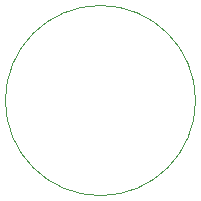
<source format=gbr>
%TF.GenerationSoftware,KiCad,Pcbnew,(6.0.2)*%
%TF.CreationDate,2022-06-04T16:58:09+03:00*%
%TF.ProjectId,TypeC_Bulgin_PCB,54797065-435f-4427-956c-67696e5f5043,rev?*%
%TF.SameCoordinates,Original*%
%TF.FileFunction,Profile,NP*%
%FSLAX46Y46*%
G04 Gerber Fmt 4.6, Leading zero omitted, Abs format (unit mm)*
G04 Created by KiCad (PCBNEW (6.0.2)) date 2022-06-04 16:58:09*
%MOMM*%
%LPD*%
G01*
G04 APERTURE LIST*
%TA.AperFunction,Profile*%
%ADD10C,0.100000*%
%TD*%
G04 APERTURE END LIST*
D10*
X159250000Y-87400000D02*
G75*
G03*
X159250000Y-87400000I-8050000J0D01*
G01*
M02*

</source>
